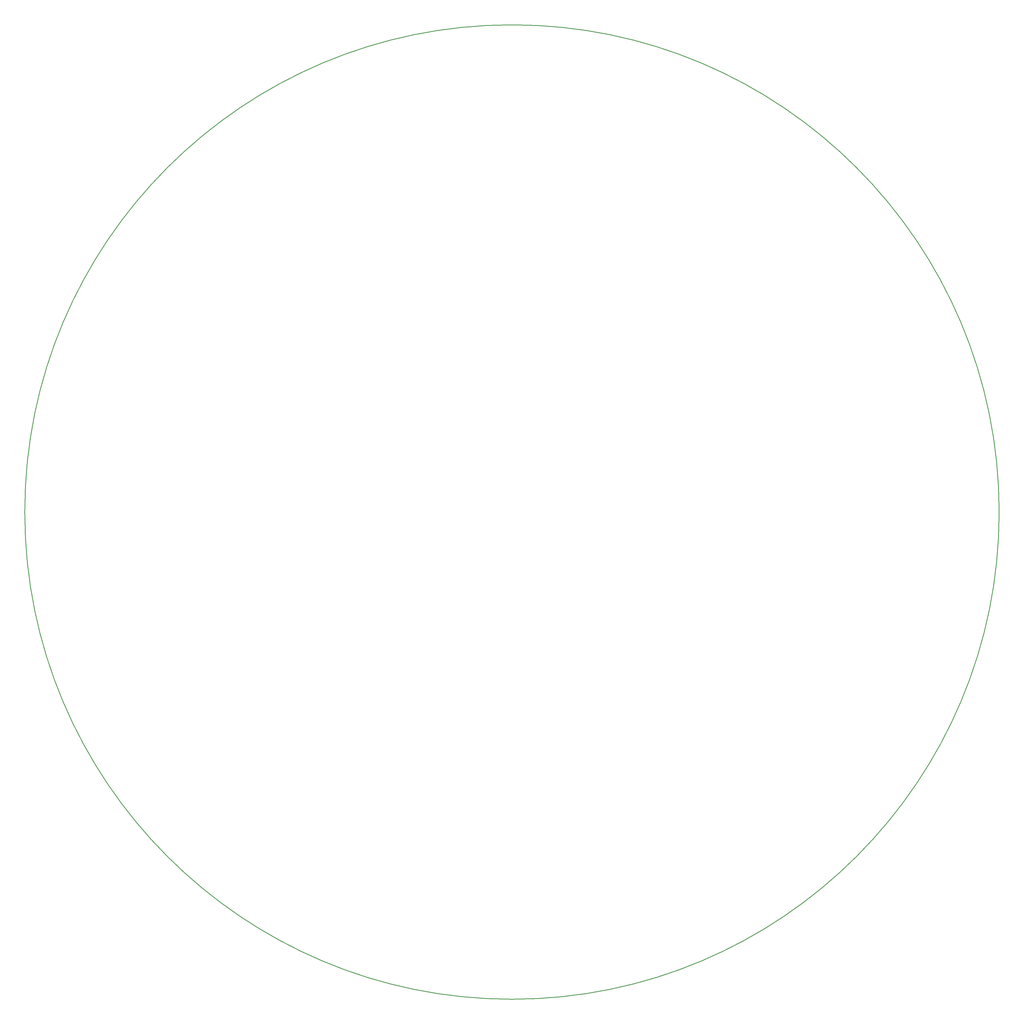
<source format=gko>
G04 Layer: BoardOutline*
G04 EasyEDA v6.4.7, 2020-12-05T12:44:13--8:00*
G04 005523fa74924ed2a5d768746dba2907,10*
G04 Gerber Generator version 0.2*
G04 Scale: 100 percent, Rotated: No, Reflected: No *
G04 Dimensions in millimeters *
G04 leading zeros omitted , absolute positions ,3 integer and 3 decimal *
%FSLAX33Y33*%
%MOMM*%
G90*
D02*

%ADD10C,0.254000*%
G54D10*
G75*
G01X322262Y161131D02*
G03X322262Y161131I-161131J0D01*
G01*

%LPD*%
M00*
M02*

</source>
